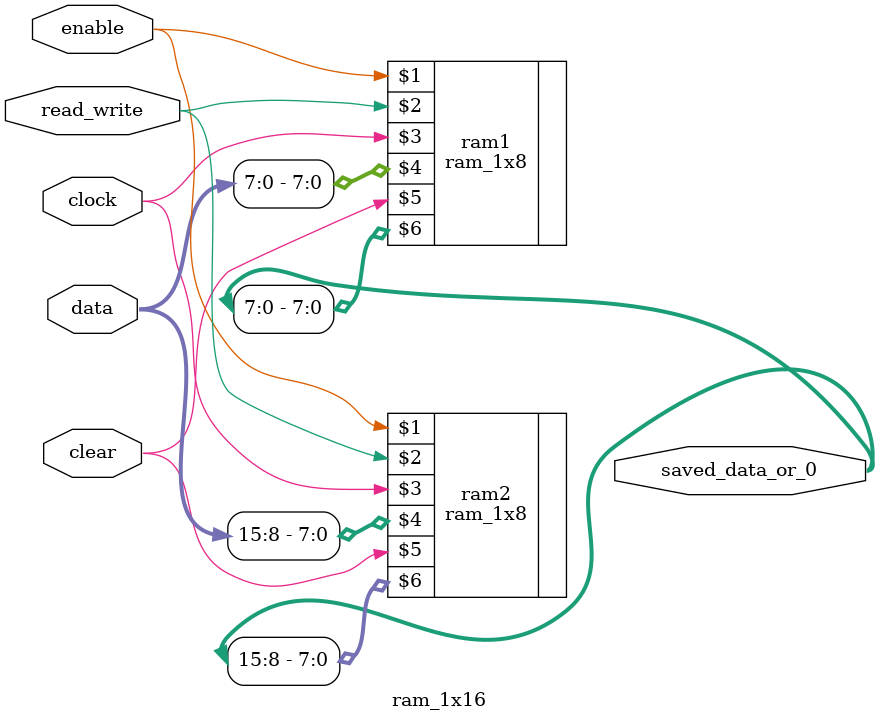
<source format=v>

`ifndef RAM_1X16_V
`define RAM_1X16_V

`include "RAM_1x8.v"

module ram_1x16 (input enable, input read_write, input clock, input [15:0] data, input clear, output [15:0] saved_data_or_0);

    ram_1x8 ram1(enable, read_write, clock, data[7:0], clear, saved_data_or_0[7:0]);
    ram_1x8 ram2(enable, read_write, clock, data[15:8], clear, saved_data_or_0[15:8]);

endmodule

`endif
</source>
